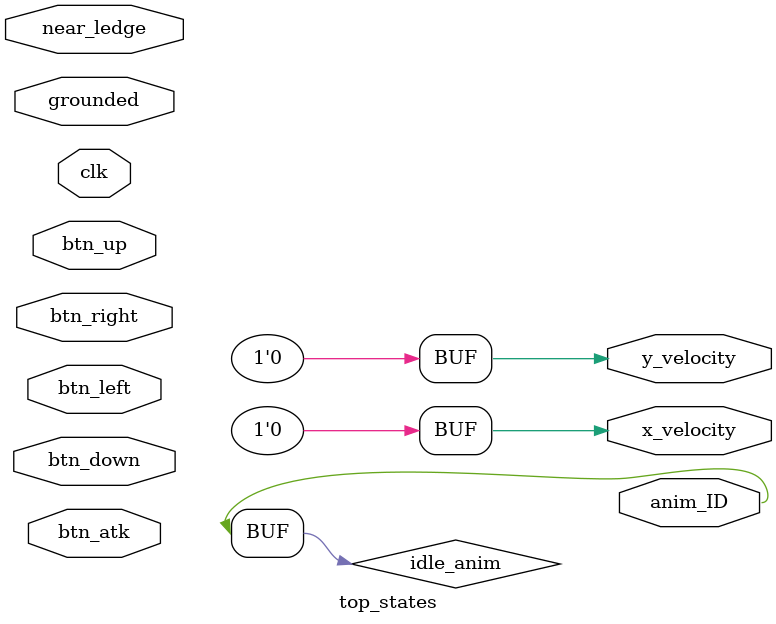
<source format=sv>
module top_states (
    input logic clk,
    input logic near_ledge,
    input logic grounded,
    input logic btn_atk,
    input logic btn_up,
    input logic btn_down,
    input logic btn_left,
    input logic btn_right,
    output logic x_velocity, // need to decide bit amount (probably 8 bits)
    output logic y_velocity, // need to decide bit amount (probably 8 bits)
    output logic anim_ID // havent decided bit amount
);

// we input all these into the sub FSM modules
logic hit_stun_active;
logic can_grab_ledge;
logic attack_active;
logic dodge_active;
logic shield_active;
logic atk_anim; // need to decide bit amount
logic mov_anim; // need to decide bit amount
logic shield_anim; // need to decide bit amount
logic hit_anim; // need to decide bit amount
logic idle_anim; // need to decide bit amount; Falls under movement but this will
                 // be idle_anim is used for the default case specifically

typedef enum {HIT,LEDGE,ATTACK,DODGE,SHIELD,MOVE} top_state; // states
top_state current_state;
// deciding priority of states
always_comb begin
    if (hit_stun_active)  current_state = HIT;
    else if (near_ledge & can_grab_ledge) current_state = LEDGE;
    else if (attack_active) current_state = ATTACK;
    else if (dodge_active) current_state = DODGE;
    else if (shield_active & grounded) current_state = SHIELD;
    else current_state = MOVE;
end

// we will have the the ouputs for all our states here
always_comb begin

case(current_state)

default begin
    x_velocity = 0;
    y_velocity = 0;
    anim_ID = idle_anim;
end
endcase

end



endmodule
</source>
